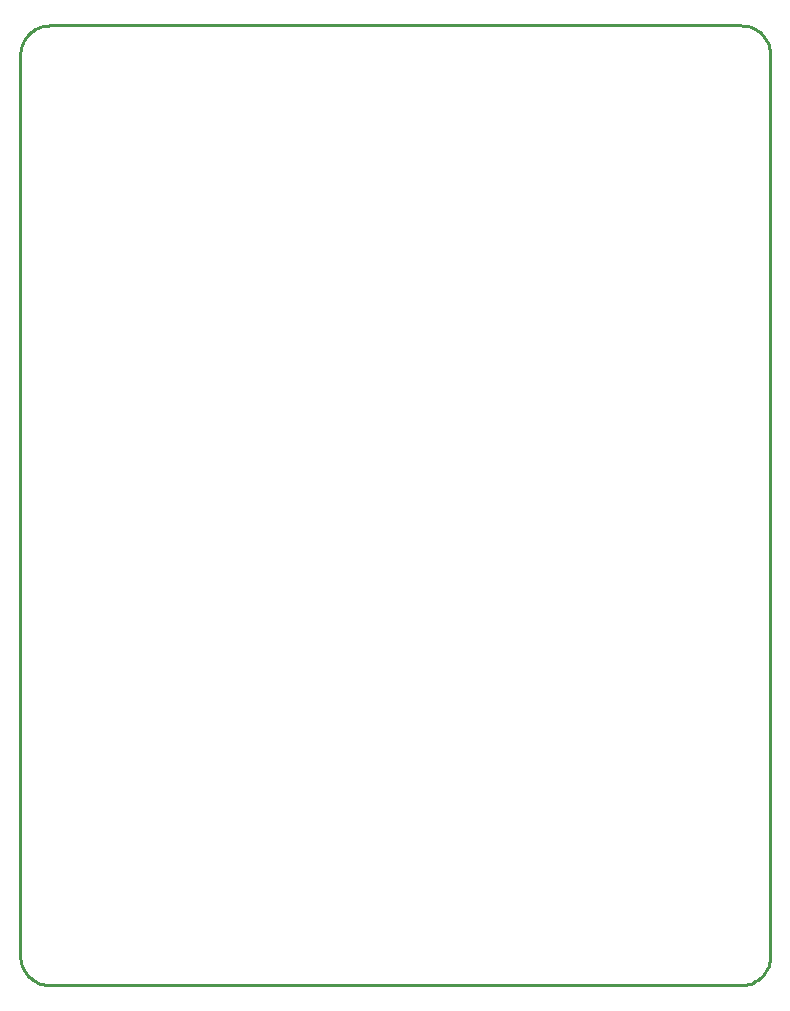
<source format=gbr>
G04 EAGLE Gerber RS-274X export*
G75*
%MOMM*%
%FSLAX34Y34*%
%LPD*%
%IN*%
%IPPOS*%
%AMOC8*
5,1,8,0,0,1.08239X$1,22.5*%
G01*
%ADD10C,0.254000*%


D10*
X0Y25400D02*
X97Y23186D01*
X386Y20989D01*
X865Y18826D01*
X1532Y16713D01*
X2380Y14666D01*
X3403Y12700D01*
X4594Y10831D01*
X5942Y9073D01*
X7440Y7440D01*
X9073Y5942D01*
X10831Y4594D01*
X12700Y3403D01*
X14666Y2380D01*
X16713Y1532D01*
X18826Y865D01*
X20989Y386D01*
X23186Y97D01*
X25400Y0D01*
X609600Y0D01*
X611814Y97D01*
X614011Y386D01*
X616174Y865D01*
X618287Y1532D01*
X620335Y2380D01*
X622300Y3403D01*
X624169Y4594D01*
X625927Y5942D01*
X627561Y7440D01*
X629058Y9073D01*
X630406Y10831D01*
X631597Y12700D01*
X632620Y14666D01*
X633468Y16713D01*
X634135Y18826D01*
X634614Y20989D01*
X634903Y23186D01*
X635000Y25400D01*
X635000Y787400D01*
X634903Y789614D01*
X634614Y791811D01*
X634135Y793974D01*
X633468Y796087D01*
X632620Y798135D01*
X631597Y800100D01*
X630406Y801969D01*
X629058Y803727D01*
X627561Y805361D01*
X625927Y806858D01*
X624169Y808206D01*
X622300Y809397D01*
X620335Y810420D01*
X618287Y811268D01*
X616174Y811935D01*
X614011Y812414D01*
X611814Y812703D01*
X609600Y812800D01*
X25400Y812800D01*
X23186Y812703D01*
X20989Y812414D01*
X18826Y811935D01*
X16713Y811268D01*
X14666Y810420D01*
X12700Y809397D01*
X10831Y808206D01*
X9073Y806858D01*
X7440Y805361D01*
X5942Y803727D01*
X4594Y801969D01*
X3403Y800100D01*
X2380Y798135D01*
X1532Y796087D01*
X865Y793974D01*
X386Y791811D01*
X97Y789614D01*
X0Y787400D01*
X0Y25400D01*
M02*

</source>
